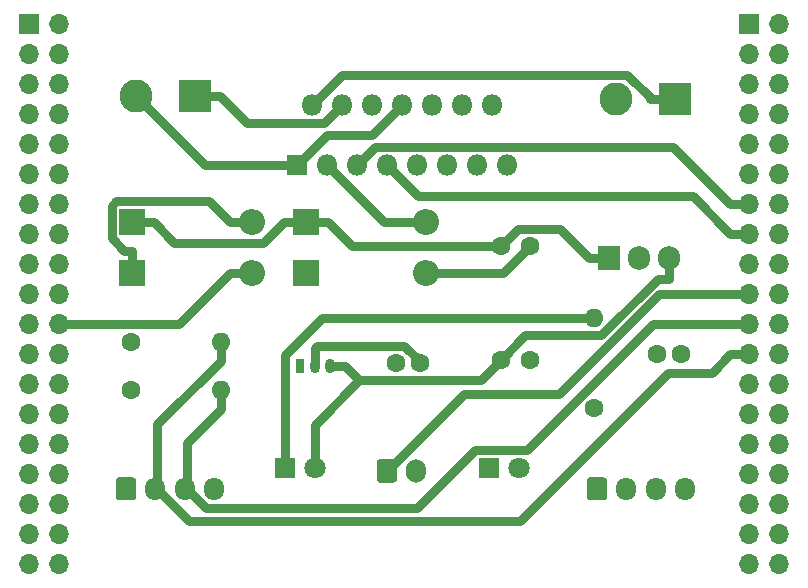
<source format=gbr>
%TF.GenerationSoftware,KiCad,Pcbnew,(5.1.6)-1*%
%TF.CreationDate,2021-07-06T14:07:52+07:00*%
%TF.ProjectId,test1,74657374-312e-46b6-9963-61645f706362,rev?*%
%TF.SameCoordinates,Original*%
%TF.FileFunction,Copper,L1,Top*%
%TF.FilePolarity,Positive*%
%FSLAX46Y46*%
G04 Gerber Fmt 4.6, Leading zero omitted, Abs format (unit mm)*
G04 Created by KiCad (PCBNEW (5.1.6)-1) date 2021-07-06 14:07:52*
%MOMM*%
%LPD*%
G01*
G04 APERTURE LIST*
%TA.AperFunction,ComponentPad*%
%ADD10R,0.800000X1.250000*%
%TD*%
%TA.AperFunction,ComponentPad*%
%ADD11O,0.800000X1.250000*%
%TD*%
%TA.AperFunction,ComponentPad*%
%ADD12O,1.905000X2.000000*%
%TD*%
%TA.AperFunction,ComponentPad*%
%ADD13R,1.905000X2.000000*%
%TD*%
%TA.AperFunction,ComponentPad*%
%ADD14O,1.600000X1.600000*%
%TD*%
%TA.AperFunction,ComponentPad*%
%ADD15C,1.600000*%
%TD*%
%TA.AperFunction,ComponentPad*%
%ADD16O,1.700000X2.000000*%
%TD*%
%TA.AperFunction,ComponentPad*%
%ADD17O,1.700000X1.950000*%
%TD*%
%TA.AperFunction,ComponentPad*%
%ADD18O,2.200000X2.200000*%
%TD*%
%TA.AperFunction,ComponentPad*%
%ADD19R,2.200000X2.200000*%
%TD*%
%TA.AperFunction,ComponentPad*%
%ADD20C,1.800000*%
%TD*%
%TA.AperFunction,ComponentPad*%
%ADD21R,1.800000X1.800000*%
%TD*%
%TA.AperFunction,ComponentPad*%
%ADD22O,1.800000X1.800000*%
%TD*%
%TA.AperFunction,ComponentPad*%
%ADD23C,2.800000*%
%TD*%
%TA.AperFunction,ComponentPad*%
%ADD24R,2.800000X2.800000*%
%TD*%
%TA.AperFunction,ComponentPad*%
%ADD25O,1.700000X1.700000*%
%TD*%
%TA.AperFunction,ComponentPad*%
%ADD26R,1.700000X1.700000*%
%TD*%
%TA.AperFunction,Conductor*%
%ADD27C,0.750000*%
%TD*%
G04 APERTURE END LIST*
D10*
%TO.P,U3,1*%
%TO.N,+3V3*%
X156162000Y-100188000D03*
D11*
%TO.P,U3,3*%
%TO.N,+5V*%
X158702000Y-100188000D03*
%TO.P,U3,2*%
%TO.N,GND*%
X157432000Y-100188000D03*
%TD*%
D12*
%TO.P,U1,3*%
%TO.N,+5V*%
X187404000Y-91044000D03*
%TO.P,U1,2*%
%TO.N,GND*%
X184864000Y-91044000D03*
D13*
%TO.P,U1,1*%
%TO.N,+12V*%
X182324000Y-91044000D03*
%TD*%
D14*
%TO.P,R100,2*%
%TO.N,Net-(D1-Pad1)*%
X181054000Y-96124000D03*
D15*
%TO.P,R100,1*%
%TO.N,GND*%
X181054000Y-103744000D03*
%TD*%
D16*
%TO.P,limit switch,2*%
%TO.N,GND*%
X166028000Y-109078000D03*
%TO.P,limit switch,1*%
%TO.N,/limit_switch*%
%TA.AperFunction,ComponentPad*%
G36*
G01*
X162678000Y-109828000D02*
X162678000Y-108328000D01*
G75*
G02*
X162928000Y-108078000I250000J0D01*
G01*
X164128000Y-108078000D01*
G75*
G02*
X164378000Y-108328000I0J-250000D01*
G01*
X164378000Y-109828000D01*
G75*
G02*
X164128000Y-110078000I-250000J0D01*
G01*
X162928000Y-110078000D01*
G75*
G02*
X162678000Y-109828000I0J250000D01*
G01*
G37*
%TD.AperFunction*%
%TD*%
D17*
%TO.P,end-effector,4*%
%TO.N,GND*%
X188808000Y-110602000D03*
%TO.P,end-effector,3*%
%TO.N,/I2C_SDA*%
X186308000Y-110602000D03*
%TO.P,end-effector,2*%
%TO.N,/I2C_SCL*%
X183808000Y-110602000D03*
%TO.P,end-effector,1*%
%TO.N,+12V*%
%TA.AperFunction,ComponentPad*%
G36*
G01*
X180458000Y-111327000D02*
X180458000Y-109877000D01*
G75*
G02*
X180708000Y-109627000I250000J0D01*
G01*
X181908000Y-109627000D01*
G75*
G02*
X182158000Y-109877000I0J-250000D01*
G01*
X182158000Y-111327000D01*
G75*
G02*
X181908000Y-111577000I-250000J0D01*
G01*
X180708000Y-111577000D01*
G75*
G02*
X180458000Y-111327000I0J250000D01*
G01*
G37*
%TD.AperFunction*%
%TD*%
D18*
%TO.P,D6,2*%
%TO.N,GND*%
X166830000Y-92314000D03*
D19*
%TO.P,D6,1*%
%TO.N,Net-(D5-Pad2)*%
X156670000Y-92314000D03*
%TD*%
D18*
%TO.P,D5,2*%
%TO.N,Net-(D5-Pad2)*%
X166830000Y-87996000D03*
D19*
%TO.P,D5,1*%
%TO.N,+12V*%
X156670000Y-87996000D03*
%TD*%
D18*
%TO.P,D4,2*%
%TO.N,GND*%
X152098000Y-92314000D03*
D19*
%TO.P,D4,1*%
%TO.N,Net-(D3-Pad2)*%
X141938000Y-92314000D03*
%TD*%
D18*
%TO.P,D3,2*%
%TO.N,Net-(D3-Pad2)*%
X152098000Y-87996000D03*
D19*
%TO.P,D3,1*%
%TO.N,+12V*%
X141938000Y-87996000D03*
%TD*%
D20*
%TO.P,D2,2*%
%TO.N,+3V3*%
X174704000Y-108824000D03*
D21*
%TO.P,D2,1*%
%TO.N,GND*%
X172164000Y-108824000D03*
%TD*%
D20*
%TO.P,D1,2*%
%TO.N,+5V*%
X157432000Y-108824000D03*
D21*
%TO.P,D1,1*%
%TO.N,Net-(D1-Pad1)*%
X154892000Y-108824000D03*
%TD*%
D15*
%TO.P,C4,2*%
%TO.N,GND*%
X166290000Y-99934000D03*
%TO.P,C4,1*%
%TO.N,+3V3*%
X164290000Y-99934000D03*
%TD*%
%TO.P,C3,2*%
%TO.N,GND*%
X188388000Y-99172000D03*
%TO.P,C3,1*%
%TO.N,+5V*%
X186388000Y-99172000D03*
%TD*%
%TO.P,C2,2*%
%TO.N,GND*%
X175680000Y-99680000D03*
%TO.P,C2,1*%
%TO.N,+5V*%
X173180000Y-99680000D03*
%TD*%
%TO.P,C1,2*%
%TO.N,GND*%
X175680000Y-90028000D03*
%TO.P,C1,1*%
%TO.N,+12V*%
X173180000Y-90028000D03*
%TD*%
D22*
%TO.P,U2,15*%
%TO.N,GND*%
X173688000Y-83170000D03*
%TO.P,U2,14*%
%TO.N,Net-(U2-Pad14)*%
X172418000Y-78090000D03*
%TO.P,U2,13*%
%TO.N,Net-(U2-Pad13)*%
X171148000Y-83170000D03*
%TO.P,U2,12*%
%TO.N,Net-(U2-Pad12)*%
X169878000Y-78090000D03*
%TO.P,U2,11*%
%TO.N,Net-(U2-Pad11)*%
X168608000Y-83170000D03*
%TO.P,U2,10*%
%TO.N,Net-(U2-Pad10)*%
X167338000Y-78090000D03*
%TO.P,U2,9*%
%TO.N,+3V3*%
X166068000Y-83170000D03*
%TO.P,U2,8*%
%TO.N,GND*%
X164798000Y-78090000D03*
%TO.P,U2,7*%
%TO.N,/motor_pwm2*%
X163528000Y-83170000D03*
%TO.P,U2,6*%
%TO.N,+5V*%
X162258000Y-78090000D03*
%TO.P,U2,5*%
%TO.N,/motor_pwm1*%
X160988000Y-83170000D03*
%TO.P,U2,4*%
%TO.N,+12V*%
X159718000Y-78090000D03*
%TO.P,U2,3*%
%TO.N,Net-(D5-Pad2)*%
X158448000Y-83170000D03*
%TO.P,U2,2*%
%TO.N,Net-(D3-Pad2)*%
X157178000Y-78090000D03*
D21*
%TO.P,U2,1*%
%TO.N,GND*%
X155908000Y-83170000D03*
%TD*%
D14*
%TO.P,R2,2*%
%TO.N,/enc_b*%
X149464000Y-102252000D03*
D15*
%TO.P,R2,1*%
%TO.N,+5V*%
X141844000Y-102252000D03*
%TD*%
D14*
%TO.P,R1,2*%
%TO.N,/enc_a*%
X149464000Y-98202000D03*
D15*
%TO.P,R1,1*%
%TO.N,+5V*%
X141844000Y-98202000D03*
%TD*%
D23*
%TO.P,J3,2*%
%TO.N,GND*%
X142272000Y-77328000D03*
D24*
%TO.P,J3,1*%
%TO.N,+12V*%
X147272000Y-77328000D03*
%TD*%
D23*
%TO.P,J2,2*%
%TO.N,Net-(D5-Pad2)*%
X182912000Y-77582000D03*
D24*
%TO.P,J2,1*%
%TO.N,Net-(D3-Pad2)*%
X187912000Y-77582000D03*
%TD*%
D17*
%TO.P,encoder,4*%
%TO.N,GND*%
X148930000Y-110602000D03*
%TO.P,encoder,3*%
%TO.N,/enc_b*%
X146430000Y-110602000D03*
%TO.P,encoder,2*%
%TO.N,/enc_a*%
X143930000Y-110602000D03*
%TO.P,encoder,1*%
%TO.N,+5V*%
%TA.AperFunction,ComponentPad*%
G36*
G01*
X140580000Y-111327000D02*
X140580000Y-109877000D01*
G75*
G02*
X140830000Y-109627000I250000J0D01*
G01*
X142030000Y-109627000D01*
G75*
G02*
X142280000Y-109877000I0J-250000D01*
G01*
X142280000Y-111327000D01*
G75*
G02*
X142030000Y-111577000I-250000J0D01*
G01*
X140830000Y-111577000D01*
G75*
G02*
X140580000Y-111327000I0J250000D01*
G01*
G37*
%TD.AperFunction*%
%TD*%
D25*
%TO.P,CN10,38*%
%TO.N,Net-(CN10-Pad38)*%
X196750000Y-116960000D03*
%TO.P,CN10,37*%
%TO.N,Net-(CN10-Pad37)*%
X194210000Y-116960000D03*
%TO.P,CN10,36*%
%TO.N,Net-(CN10-Pad36)*%
X196750000Y-114420000D03*
%TO.P,CN10,35*%
%TO.N,Net-(CN10-Pad35)*%
X194210000Y-114420000D03*
%TO.P,CN10,34*%
%TO.N,Net-(CN10-Pad34)*%
X196750000Y-111880000D03*
%TO.P,CN10,33*%
%TO.N,Net-(CN10-Pad33)*%
X194210000Y-111880000D03*
%TO.P,CN10,32*%
%TO.N,Net-(CN10-Pad32)*%
X196750000Y-109340000D03*
%TO.P,CN10,31*%
%TO.N,Net-(CN10-Pad31)*%
X194210000Y-109340000D03*
%TO.P,CN10,30*%
%TO.N,Net-(CN10-Pad30)*%
X196750000Y-106800000D03*
%TO.P,CN10,29*%
%TO.N,Net-(CN10-Pad29)*%
X194210000Y-106800000D03*
%TO.P,CN10,28*%
%TO.N,Net-(CN10-Pad28)*%
X196750000Y-104260000D03*
%TO.P,CN10,27*%
%TO.N,Net-(CN10-Pad27)*%
X194210000Y-104260000D03*
%TO.P,CN10,26*%
%TO.N,Net-(CN10-Pad26)*%
X196750000Y-101720000D03*
%TO.P,CN10,25*%
%TO.N,Net-(CN10-Pad25)*%
X194210000Y-101720000D03*
%TO.P,CN10,24*%
%TO.N,Net-(CN10-Pad24)*%
X196750000Y-99180000D03*
%TO.P,CN10,23*%
%TO.N,/enc_a*%
X194210000Y-99180000D03*
%TO.P,CN10,22*%
%TO.N,Net-(CN10-Pad22)*%
X196750000Y-96640000D03*
%TO.P,CN10,21*%
%TO.N,/enc_b*%
X194210000Y-96640000D03*
%TO.P,CN10,20*%
%TO.N,Net-(CN10-Pad20)*%
X196750000Y-94100000D03*
%TO.P,CN10,19*%
%TO.N,/limit_switch*%
X194210000Y-94100000D03*
%TO.P,CN10,18*%
%TO.N,Net-(CN10-Pad18)*%
X196750000Y-91560000D03*
%TO.P,CN10,17*%
%TO.N,Net-(CN10-Pad17)*%
X194210000Y-91560000D03*
%TO.P,CN10,16*%
%TO.N,Net-(CN10-Pad16)*%
X196750000Y-89020000D03*
%TO.P,CN10,15*%
%TO.N,/motor_pwm2*%
X194210000Y-89020000D03*
%TO.P,CN10,14*%
%TO.N,Net-(CN10-Pad14)*%
X196750000Y-86480000D03*
%TO.P,CN10,13*%
%TO.N,/motor_pwm1*%
X194210000Y-86480000D03*
%TO.P,CN10,12*%
%TO.N,Net-(CN10-Pad12)*%
X196750000Y-83940000D03*
%TO.P,CN10,11*%
%TO.N,Net-(CN10-Pad11)*%
X194210000Y-83940000D03*
%TO.P,CN10,10*%
%TO.N,Net-(CN10-Pad10)*%
X196750000Y-81400000D03*
%TO.P,CN10,9*%
%TO.N,Net-(CN10-Pad9)*%
X194210000Y-81400000D03*
%TO.P,CN10,8*%
%TO.N,Net-(CN10-Pad8)*%
X196750000Y-78860000D03*
%TO.P,CN10,7*%
%TO.N,Net-(CN10-Pad7)*%
X194210000Y-78860000D03*
%TO.P,CN10,6*%
%TO.N,Net-(CN10-Pad6)*%
X196750000Y-76320000D03*
%TO.P,CN10,5*%
%TO.N,/I2C_SDA*%
X194210000Y-76320000D03*
%TO.P,CN10,4*%
%TO.N,Net-(CN10-Pad4)*%
X196750000Y-73780000D03*
%TO.P,CN10,3*%
%TO.N,/I2C_SCL*%
X194210000Y-73780000D03*
%TO.P,CN10,2*%
%TO.N,Net-(CN10-Pad2)*%
X196750000Y-71240000D03*
D26*
%TO.P,CN10,1*%
%TO.N,Net-(CN10-Pad1)*%
X194210000Y-71240000D03*
%TD*%
D25*
%TO.P,CN7,38*%
%TO.N,Net-(CN7-Pad38)*%
X135790000Y-116960000D03*
%TO.P,CN7,37*%
%TO.N,Net-(CN7-Pad37)*%
X133250000Y-116960000D03*
%TO.P,CN7,36*%
%TO.N,Net-(CN7-Pad36)*%
X135790000Y-114420000D03*
%TO.P,CN7,35*%
%TO.N,Net-(CN7-Pad35)*%
X133250000Y-114420000D03*
%TO.P,CN7,34*%
%TO.N,Net-(CN7-Pad34)*%
X135790000Y-111880000D03*
%TO.P,CN7,33*%
%TO.N,Net-(CN7-Pad33)*%
X133250000Y-111880000D03*
%TO.P,CN7,32*%
%TO.N,Net-(CN7-Pad32)*%
X135790000Y-109340000D03*
%TO.P,CN7,31*%
%TO.N,Net-(CN7-Pad31)*%
X133250000Y-109340000D03*
%TO.P,CN7,30*%
%TO.N,Net-(CN7-Pad30)*%
X135790000Y-106800000D03*
%TO.P,CN7,29*%
%TO.N,Net-(CN7-Pad29)*%
X133250000Y-106800000D03*
%TO.P,CN7,28*%
%TO.N,Net-(CN7-Pad28)*%
X135790000Y-104260000D03*
%TO.P,CN7,27*%
%TO.N,Net-(CN7-Pad27)*%
X133250000Y-104260000D03*
%TO.P,CN7,26*%
%TO.N,Net-(CN7-Pad26)*%
X135790000Y-101720000D03*
%TO.P,CN7,25*%
%TO.N,Net-(CN7-Pad25)*%
X133250000Y-101720000D03*
%TO.P,CN7,24*%
%TO.N,+12V*%
X135790000Y-99180000D03*
%TO.P,CN7,23*%
%TO.N,Net-(CN7-Pad23)*%
X133250000Y-99180000D03*
%TO.P,CN7,22*%
%TO.N,GND*%
X135790000Y-96640000D03*
%TO.P,CN7,21*%
%TO.N,Net-(CN7-Pad21)*%
X133250000Y-96640000D03*
%TO.P,CN7,20*%
%TO.N,Net-(CN7-Pad20)*%
X135790000Y-94100000D03*
%TO.P,CN7,19*%
%TO.N,Net-(CN7-Pad19)*%
X133250000Y-94100000D03*
%TO.P,CN7,18*%
%TO.N,Net-(CN7-Pad18)*%
X135790000Y-91560000D03*
%TO.P,CN7,17*%
%TO.N,Net-(CN7-Pad17)*%
X133250000Y-91560000D03*
%TO.P,CN7,16*%
%TO.N,Net-(CN7-Pad16)*%
X135790000Y-89020000D03*
%TO.P,CN7,15*%
%TO.N,Net-(CN7-Pad15)*%
X133250000Y-89020000D03*
%TO.P,CN7,14*%
%TO.N,Net-(CN7-Pad14)*%
X135790000Y-86480000D03*
%TO.P,CN7,13*%
%TO.N,Net-(CN7-Pad13)*%
X133250000Y-86480000D03*
%TO.P,CN7,12*%
%TO.N,Net-(CN7-Pad12)*%
X135790000Y-83940000D03*
%TO.P,CN7,11*%
%TO.N,Net-(CN7-Pad11)*%
X133250000Y-83940000D03*
%TO.P,CN7,10*%
%TO.N,Net-(CN7-Pad10)*%
X135790000Y-81400000D03*
%TO.P,CN7,9*%
%TO.N,Net-(CN7-Pad9)*%
X133250000Y-81400000D03*
%TO.P,CN7,8*%
%TO.N,Net-(CN7-Pad8)*%
X135790000Y-78860000D03*
%TO.P,CN7,7*%
%TO.N,Net-(CN7-Pad7)*%
X133250000Y-78860000D03*
%TO.P,CN7,6*%
%TO.N,Net-(CN7-Pad6)*%
X135790000Y-76320000D03*
%TO.P,CN7,5*%
%TO.N,Net-(CN7-Pad5)*%
X133250000Y-76320000D03*
%TO.P,CN7,4*%
%TO.N,Net-(CN7-Pad4)*%
X135790000Y-73780000D03*
%TO.P,CN7,3*%
%TO.N,Net-(CN7-Pad3)*%
X133250000Y-73780000D03*
%TO.P,CN7,2*%
%TO.N,Net-(CN7-Pad2)*%
X135790000Y-71240000D03*
D26*
%TO.P,CN7,1*%
%TO.N,Net-(CN7-Pad1)*%
X133250000Y-71240000D03*
%TD*%
D27*
%TO.N,GND*%
X135790000Y-96640000D02*
X145922000Y-96640000D01*
X145922000Y-96640000D02*
X150248000Y-92314000D01*
X155908000Y-83170000D02*
X158448000Y-80630000D01*
X158448000Y-80630000D02*
X162258000Y-80630000D01*
X162258000Y-80630000D02*
X164798000Y-78090000D01*
X155908000Y-83170000D02*
X148114000Y-83170000D01*
X148114000Y-83170000D02*
X142272000Y-77328000D01*
X157432000Y-100188000D02*
X157432000Y-98688000D01*
X157432000Y-98688000D02*
X157614200Y-98505800D01*
X157614200Y-98505800D02*
X164980500Y-98505800D01*
X164980500Y-98505800D02*
X166290000Y-99815300D01*
X166290000Y-99815300D02*
X166290000Y-99934000D01*
X152098000Y-92314000D02*
X150248000Y-92314000D01*
X166830000Y-92314000D02*
X173394000Y-92314000D01*
X173394000Y-92314000D02*
X175680000Y-90028000D01*
%TO.N,+5V*%
X161194700Y-101405700D02*
X159977000Y-100188000D01*
X173180000Y-99680000D02*
X171454300Y-101405700D01*
X171454300Y-101405700D02*
X161194700Y-101405700D01*
X157432000Y-108824000D02*
X157432000Y-105168400D01*
X157432000Y-105168400D02*
X161194700Y-101405700D01*
X187404000Y-91044000D02*
X187404000Y-92794000D01*
X187404000Y-92794000D02*
X186474700Y-92794000D01*
X186474700Y-92794000D02*
X181667800Y-97600900D01*
X181667800Y-97600900D02*
X175259100Y-97600900D01*
X175259100Y-97600900D02*
X173180000Y-99680000D01*
X158702000Y-100188000D02*
X159977000Y-100188000D01*
%TO.N,/enc_a*%
X144074300Y-110602000D02*
X144074300Y-105141700D01*
X144074300Y-105141700D02*
X149464000Y-99752000D01*
X192610000Y-99180000D02*
X191010000Y-100780000D01*
X191010000Y-100780000D02*
X187299700Y-100780000D01*
X187299700Y-100780000D02*
X174787000Y-113292700D01*
X174787000Y-113292700D02*
X146765000Y-113292700D01*
X146765000Y-113292700D02*
X144074300Y-110602000D01*
X144074300Y-110602000D02*
X143930000Y-110602000D01*
X149464000Y-98202000D02*
X149464000Y-99752000D01*
X194210000Y-99180000D02*
X192610000Y-99180000D01*
%TO.N,/enc_b*%
X146574300Y-110602000D02*
X146574300Y-106691700D01*
X146574300Y-106691700D02*
X149464000Y-103802000D01*
X192610000Y-96640000D02*
X186076800Y-96640000D01*
X186076800Y-96640000D02*
X175418100Y-107298700D01*
X175418100Y-107298700D02*
X171005100Y-107298700D01*
X171005100Y-107298700D02*
X166060900Y-112242900D01*
X166060900Y-112242900D02*
X148215200Y-112242900D01*
X148215200Y-112242900D02*
X146574300Y-110602000D01*
X146574300Y-110602000D02*
X146430000Y-110602000D01*
X149464000Y-102252000D02*
X149464000Y-103802000D01*
X194210000Y-96640000D02*
X192610000Y-96640000D01*
%TO.N,+12V*%
X156670000Y-87996000D02*
X154820000Y-87996000D01*
X141938000Y-87996000D02*
X143788000Y-87996000D01*
X143788000Y-87996000D02*
X145542200Y-89750200D01*
X145542200Y-89750200D02*
X153065800Y-89750200D01*
X153065800Y-89750200D02*
X154820000Y-87996000D01*
X156670000Y-87996000D02*
X158520000Y-87996000D01*
X158520000Y-87996000D02*
X160552000Y-90028000D01*
X160552000Y-90028000D02*
X173180000Y-90028000D01*
X182324000Y-91044000D02*
X180621500Y-91044000D01*
X173180000Y-90028000D02*
X174612600Y-88595400D01*
X174612600Y-88595400D02*
X178172900Y-88595400D01*
X178172900Y-88595400D02*
X180621500Y-91044000D01*
X147272000Y-77328000D02*
X149422000Y-77328000D01*
X159718000Y-78090000D02*
X158180700Y-79627300D01*
X158180700Y-79627300D02*
X151721300Y-79627300D01*
X151721300Y-79627300D02*
X149422000Y-77328000D01*
%TO.N,/limit_switch*%
X163528000Y-109078000D02*
X170018000Y-102588000D01*
X170018000Y-102588000D02*
X178107800Y-102588000D01*
X178107800Y-102588000D02*
X186595800Y-94100000D01*
X186595800Y-94100000D02*
X192610000Y-94100000D01*
X194210000Y-94100000D02*
X192610000Y-94100000D01*
%TO.N,/motor_pwm2*%
X163528000Y-83170000D02*
X166174700Y-85816700D01*
X166174700Y-85816700D02*
X189406700Y-85816700D01*
X189406700Y-85816700D02*
X192610000Y-89020000D01*
X194210000Y-89020000D02*
X192610000Y-89020000D01*
%TO.N,/motor_pwm1*%
X194210000Y-86480000D02*
X192610000Y-86480000D01*
X192610000Y-86480000D02*
X187760400Y-81630400D01*
X187760400Y-81630400D02*
X162527600Y-81630400D01*
X162527600Y-81630400D02*
X160988000Y-83170000D01*
%TO.N,Net-(D1-Pad1)*%
X154892000Y-108824000D02*
X154892000Y-99262900D01*
X154892000Y-99262900D02*
X158030900Y-96124000D01*
X158030900Y-96124000D02*
X181054000Y-96124000D01*
%TO.N,Net-(D3-Pad2)*%
X141938000Y-92314000D02*
X141938000Y-90464000D01*
X152098000Y-87996000D02*
X150248000Y-87996000D01*
X150248000Y-87996000D02*
X148485200Y-86233200D01*
X148485200Y-86233200D02*
X140592900Y-86233200D01*
X140592900Y-86233200D02*
X140212600Y-86613500D01*
X140212600Y-86613500D02*
X140212600Y-89385700D01*
X140212600Y-89385700D02*
X141290900Y-90464000D01*
X141290900Y-90464000D02*
X141938000Y-90464000D01*
X187912000Y-77582000D02*
X185762000Y-77582000D01*
X185762000Y-77582000D02*
X185762000Y-77454900D01*
X185762000Y-77454900D02*
X183857300Y-75550200D01*
X183857300Y-75550200D02*
X159717800Y-75550200D01*
X159717800Y-75550200D02*
X157178000Y-78090000D01*
%TO.N,Net-(D5-Pad2)*%
X158448000Y-83170000D02*
X163274000Y-87996000D01*
X163274000Y-87996000D02*
X166830000Y-87996000D01*
%TD*%
M02*

</source>
